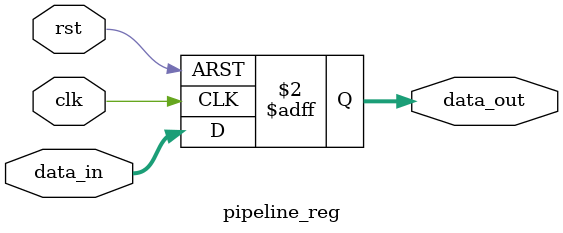
<source format=v>
module pipeline_reg (
    input clk,
    input rst,
    input [15:0] data_in,
    output reg [15:0] data_out
);

always @(posedge clk or posedge rst) begin
    if (rst)
        data_out <= 16'd0;
    else
        data_out <= data_in;
end

endmodule

</source>
